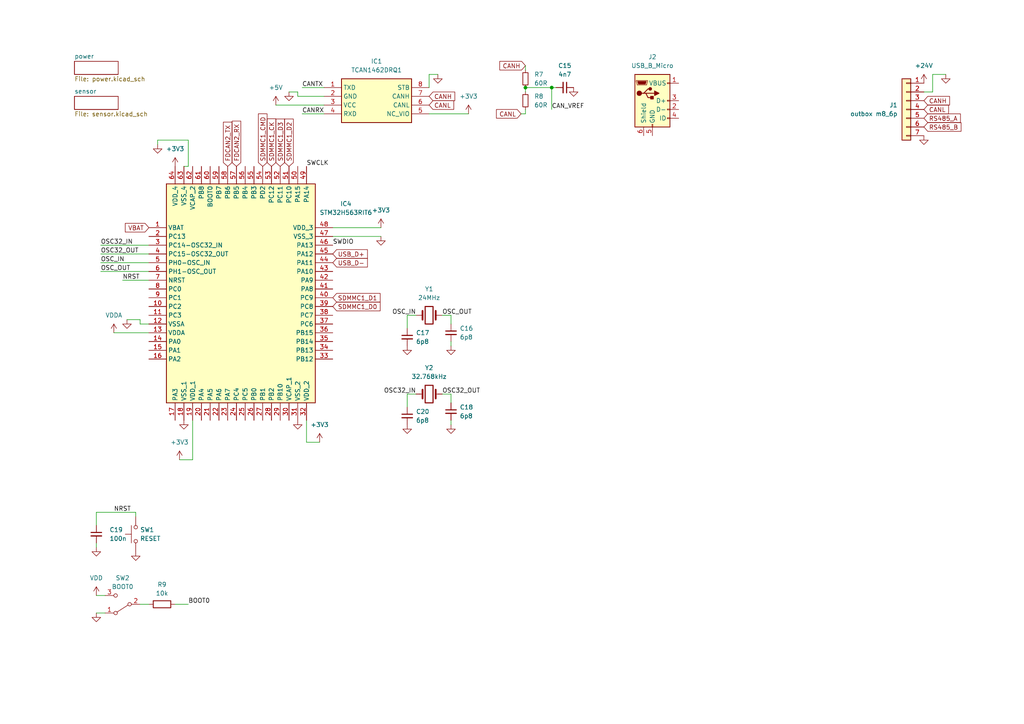
<source format=kicad_sch>
(kicad_sch (version 20230121) (generator eeschema)
  (paper "A4")
  (lib_symbols
    (symbol "Connector:USB_B_Micro" (pin_names (offset 1.016))
      (property "Reference" "J" (at -5.08 11.43 0))
      (property "Value" "USB_B_Micro" (at -5.08 8.89 0))
      (symbol "USB_B_Micro_0_1"
        (rectangle (start -5.08 -7.62) (end 5.08 7.62) (stroke (width 0.254)) (fill (type background)))
        (circle (center -3.81 2.159) (radius 0.635) (stroke (width 0.254)) (fill (type outline)))
        (circle (center -0.635 3.429) (radius 0.381) (stroke (width 0.254)) (fill (type outline)))
        (rectangle (start -0.127 -7.62) (end 0.127 -6.858))
        (polyline (pts (xy -1.905 2.159) (xy 0.635 2.159)) (stroke (width 0.254)))
        (polyline (pts (xy -3.175 2.159) (xy -2.54 2.159) (xy -1.27 3.429) (xy -0.635 3.429)) (stroke (width 0.254)))
        (polyline (pts (xy -2.54 2.159) (xy -1.905 2.159) (xy -1.27 0.889) (xy 0 0.889)) (stroke (width 0.254)))
        (polyline (pts (xy 0.635 2.794) (xy 0.635 1.524) (xy 1.905 2.159) (xy 0.635 2.794)) (stroke (width 0.254)) (fill (type outline)))
        (polyline (pts (xy -4.318 5.588) (xy -1.778 5.588) (xy -2.032 4.826) (xy -4.064 4.826) (xy -4.318 5.588)) (fill (type outline)))
        (polyline (pts (xy -4.699 5.842) (xy -4.699 5.588) (xy -4.445 4.826) (xy -4.445 4.572) (xy -1.651 4.572) (xy -1.651 4.826) (xy -1.397 5.588) (xy -1.397 5.842) (xy -4.699 5.842)))
        (rectangle (start 0.254 1.27) (end -0.508 0.508) (stroke (width 0.254)) (fill (type outline)))
        (rectangle (start 5.08 -5.207) (end 4.318 -4.953))
        (rectangle (start 5.08 -2.667) (end 4.318 -2.413))
        (rectangle (start 5.08 -0.127) (end 4.318 0.127))
        (rectangle (start 5.08 4.953) (end 4.318 5.207))
      )
      (symbol "USB_B_Micro_1_1"
        (pin power_out line (at 7.62 5.08 180) (length 2.54) (name "VBUS") (number "1"))
        (pin bidirectional line (at 7.62 -2.54 180) (length 2.54) (name "D-") (number "2"))
        (pin bidirectional line (at 7.62 0 180) (length 2.54) (name "D+") (number "3"))
        (pin passive line (at 7.62 -5.08 180) (length 2.54) (name "ID") (number "4"))
        (pin power_out line (at 0 -10.16 90) (length 2.54) (name "GND") (number "5"))
        (pin passive line (at -2.54 -10.16 90) (length 2.54) (name "Shield") (number "6"))
      )
    )
    (symbol "Connector_Generic:Conn_01x07" (pin_names (offset 1.016) hide)
      (property "Reference" "J" (at 0 10.16 0))
      (property "Value" "Conn_01x07" (at 0 -10.16 0))
      (symbol "Conn_01x07_1_1"
        (rectangle (start -1.27 -7.493) (end 0 -7.747) (stroke (width 0.1524)))
        (rectangle (start -1.27 -4.953) (end 0 -5.207) (stroke (width 0.1524)))
        (rectangle (start -1.27 -2.413) (end 0 -2.667) (stroke (width 0.1524)))
        (rectangle (start -1.27 0.127) (end 0 -0.127) (stroke (width 0.1524)))
        (rectangle (start -1.27 2.667) (end 0 2.413) (stroke (width 0.1524)))
        (rectangle (start -1.27 5.207) (end 0 4.953) (stroke (width 0.1524)))
        (rectangle (start -1.27 7.747) (end 0 7.493) (stroke (width 0.1524)))
        (rectangle (start -1.27 8.89) (end 1.27 -8.89) (stroke (width 0.254)) (fill (type background)))
        (pin passive line (at -5.08 7.62 0) (length 3.81) (name "Pin_1") (number "1"))
        (pin passive line (at -5.08 5.08 0) (length 3.81) (name "Pin_2") (number "2"))
        (pin passive line (at -5.08 2.54 0) (length 3.81) (name "Pin_3") (number "3"))
        (pin passive line (at -5.08 0 0) (length 3.81) (name "Pin_4") (number "4"))
        (pin passive line (at -5.08 -2.54 0) (length 3.81) (name "Pin_5") (number "5"))
        (pin passive line (at -5.08 -5.08 0) (length 3.81) (name "Pin_6") (number "6"))
        (pin passive line (at -5.08 -7.62 0) (length 3.81) (name "Pin_7") (number "7"))
      )
    )
    (symbol "Device:C_Small" (pin_numbers hide) (pin_names (offset 0.254) hide)
      (property "Reference" "C" (at 0.254 1.778 0))
      (property "Value" "C_Small" (at 0.254 -2.032 0))
      (symbol "C_Small_0_1"
        (polyline (pts (xy -1.524 -0.508) (xy 1.524 -0.508)) (stroke (width 0.3302)))
        (polyline (pts (xy -1.524 0.508) (xy 1.524 0.508)) (stroke (width 0.3048)))
      )
      (symbol "C_Small_1_1"
        (pin passive line (at 0 2.54 270) (length 2.032) (name "~") (number "1"))
        (pin passive line (at 0 -2.54 90) (length 2.032) (name "~") (number "2"))
      )
    )
    (symbol "Device:Crystal" (pin_numbers hide) (pin_names (offset 1.016) hide)
      (property "Reference" "Y" (at 0 3.81 0))
      (property "Value" "Crystal" (at 0 -3.81 0))
      (symbol "Crystal_0_1"
        (rectangle (start -1.143 2.54) (end 1.143 -2.54) (stroke (width 0.3048)))
        (polyline (pts (xy -2.54 0) (xy -1.905 0)))
        (polyline (pts (xy -1.905 -1.27) (xy -1.905 1.27)) (stroke (width 0.508)))
        (polyline (pts (xy 1.905 -1.27) (xy 1.905 1.27)) (stroke (width 0.508)))
        (polyline (pts (xy 2.54 0) (xy 1.905 0)))
      )
      (symbol "Crystal_1_1"
        (pin passive line (at -3.81 0 0) (length 1.27) (name "1") (number "1"))
        (pin passive line (at 3.81 0 180) (length 1.27) (name "2") (number "2"))
      )
    )
    (symbol "Device:R" (pin_numbers hide) (pin_names (offset 0))
      (property "Reference" "R" (at 2.032 0 90))
      (property "Value" "R" (at 0 0 90))
      (symbol "R_0_1"
        (rectangle (start -1.016 -2.54) (end 1.016 2.54) (stroke (width 0.254)))
      )
      (symbol "R_1_1"
        (pin passive line (at 0 3.81 270) (length 1.27) (name "~") (number "1"))
        (pin passive line (at 0 -3.81 90) (length 1.27) (name "~") (number "2"))
      )
    )
    (symbol "Device:R_Small" (pin_numbers hide) (pin_names (offset 0.254) hide)
      (property "Reference" "R" (at 0.762 0.508 0))
      (property "Value" "R_Small" (at 0.762 -1.016 0))
      (symbol "R_Small_0_1"
        (rectangle (start -0.762 1.778) (end 0.762 -1.778) (stroke (width 0.2032)))
      )
      (symbol "R_Small_1_1"
        (pin passive line (at 0 2.54 270) (length 0.762) (name "~") (number "1"))
        (pin passive line (at 0 -2.54 90) (length 0.762) (name "~") (number "2"))
      )
    )
    (symbol "SamacSys_Parts:STM32H563RIT6"
      (property "Reference" "IC" (at 49.53 17.78 0))
      (property "Value" "STM32H563RIT6" (at 49.53 15.24 0))
      (symbol "STM32H563RIT6_1_1"
        (rectangle (start 5.08 12.7) (end 48.26 -50.8) (stroke (width 0.254)) (fill (type background)))
        (pin passive line (at 0 0 0) (length 5.08) (name "VBAT") (number "1"))
        (pin passive line (at 0 -22.86 0) (length 5.08) (name "PC2") (number "10"))
        (pin passive line (at 0 -25.4 0) (length 5.08) (name "PC3") (number "11"))
        (pin passive line (at 0 -27.94 0) (length 5.08) (name "VSSA") (number "12"))
        (pin passive line (at 0 -30.48 0) (length 5.08) (name "VDDA") (number "13"))
        (pin passive line (at 0 -33.02 0) (length 5.08) (name "PA0") (number "14"))
        (pin passive line (at 0 -35.56 0) (length 5.08) (name "PA1") (number "15"))
        (pin passive line (at 0 -38.1 0) (length 5.08) (name "PA2") (number "16"))
        (pin passive line (at 7.62 -55.88 90) (length 5.08) (name "PA3") (number "17"))
        (pin passive line (at 10.16 -55.88 90) (length 5.08) (name "VSS_1") (number "18"))
        (pin passive line (at 12.7 -55.88 90) (length 5.08) (name "VDD_1") (number "19"))
        (pin passive line (at 0 -2.54 0) (length 5.08) (name "PC13") (number "2"))
        (pin passive line (at 15.24 -55.88 90) (length 5.08) (name "PA4") (number "20"))
        (pin passive line (at 17.78 -55.88 90) (length 5.08) (name "PA5") (number "21"))
        (pin passive line (at 20.32 -55.88 90) (length 5.08) (name "PA6") (number "22"))
        (pin passive line (at 22.86 -55.88 90) (length 5.08) (name "PA7") (number "23"))
        (pin passive line (at 25.4 -55.88 90) (length 5.08) (name "PC4") (number "24"))
        (pin passive line (at 27.94 -55.88 90) (length 5.08) (name "PC5") (number "25"))
        (pin passive line (at 30.48 -55.88 90) (length 5.08) (name "PB0") (number "26"))
        (pin passive line (at 33.02 -55.88 90) (length 5.08) (name "PB1") (number "27"))
        (pin passive line (at 35.56 -55.88 90) (length 5.08) (name "PB2") (number "28"))
        (pin passive line (at 38.1 -55.88 90) (length 5.08) (name "PB10") (number "29"))
        (pin passive line (at 0 -5.08 0) (length 5.08) (name "PC14-OSC32_IN") (number "3"))
        (pin passive line (at 40.64 -55.88 90) (length 5.08) (name "VCAP_1") (number "30"))
        (pin passive line (at 43.18 -55.88 90) (length 5.08) (name "VSS_2") (number "31"))
        (pin passive line (at 45.72 -55.88 90) (length 5.08) (name "VDD_2") (number "32"))
        (pin passive line (at 53.34 -38.1 180) (length 5.08) (name "PB12") (number "33"))
        (pin passive line (at 53.34 -35.56 180) (length 5.08) (name "PB13") (number "34"))
        (pin passive line (at 53.34 -33.02 180) (length 5.08) (name "PB14") (number "35"))
        (pin passive line (at 53.34 -30.48 180) (length 5.08) (name "PB15") (number "36"))
        (pin passive line (at 53.34 -27.94 180) (length 5.08) (name "PC6") (number "37"))
        (pin passive line (at 53.34 -25.4 180) (length 5.08) (name "PC7") (number "38"))
        (pin passive line (at 53.34 -22.86 180) (length 5.08) (name "PC8") (number "39"))
        (pin passive line (at 0 -7.62 0) (length 5.08) (name "PC15-OSC32_OUT") (number "4"))
        (pin passive line (at 53.34 -20.32 180) (length 5.08) (name "PC9") (number "40"))
        (pin passive line (at 53.34 -17.78 180) (length 5.08) (name "PA8") (number "41"))
        (pin passive line (at 53.34 -15.24 180) (length 5.08) (name "PA9") (number "42"))
        (pin passive line (at 53.34 -12.7 180) (length 5.08) (name "PA10") (number "43"))
        (pin passive line (at 53.34 -10.16 180) (length 5.08) (name "PA11") (number "44"))
        (pin passive line (at 53.34 -7.62 180) (length 5.08) (name "PA12") (number "45"))
        (pin passive line (at 53.34 -5.08 180) (length 5.08) (name "PA13") (number "46"))
        (pin passive line (at 53.34 -2.54 180) (length 5.08) (name "VSS_3") (number "47"))
        (pin passive line (at 53.34 0 180) (length 5.08) (name "VDD_3") (number "48"))
        (pin passive line (at 45.72 17.78 270) (length 5.08) (name "PA14") (number "49"))
        (pin passive line (at 0 -10.16 0) (length 5.08) (name "PH0-OSC_IN") (number "5"))
        (pin passive line (at 43.18 17.78 270) (length 5.08) (name "PA15") (number "50"))
        (pin passive line (at 40.64 17.78 270) (length 5.08) (name "PC10") (number "51"))
        (pin passive line (at 38.1 17.78 270) (length 5.08) (name "PC11") (number "52"))
        (pin passive line (at 35.56 17.78 270) (length 5.08) (name "PC12") (number "53"))
        (pin passive line (at 33.02 17.78 270) (length 5.08) (name "PD2") (number "54"))
        (pin passive line (at 30.48 17.78 270) (length 5.08) (name "PB3") (number "55"))
        (pin passive line (at 27.94 17.78 270) (length 5.08) (name "PB4") (number "56"))
        (pin passive line (at 25.4 17.78 270) (length 5.08) (name "PB5") (number "57"))
        (pin passive line (at 22.86 17.78 270) (length 5.08) (name "PB6") (number "58"))
        (pin passive line (at 20.32 17.78 270) (length 5.08) (name "PB7") (number "59"))
        (pin passive line (at 0 -12.7 0) (length 5.08) (name "PH1-OSC_OUT") (number "6"))
        (pin passive line (at 17.78 17.78 270) (length 5.08) (name "BOOT0") (number "60"))
        (pin passive line (at 15.24 17.78 270) (length 5.08) (name "PB8") (number "61"))
        (pin passive line (at 12.7 17.78 270) (length 5.08) (name "VCAP_2") (number "62"))
        (pin passive line (at 10.16 17.78 270) (length 5.08) (name "VSS_4") (number "63"))
        (pin passive line (at 7.62 17.78 270) (length 5.08) (name "VDD_4") (number "64"))
        (pin passive line (at 0 -15.24 0) (length 5.08) (name "NRST") (number "7"))
        (pin passive line (at 0 -17.78 0) (length 5.08) (name "PC0") (number "8"))
        (pin passive line (at 0 -20.32 0) (length 5.08) (name "PC1") (number "9"))
      )
    )
    (symbol "SamacSys_Parts:TCAN1462DRQ1"
      (property "Reference" "IC" (at 26.67 7.62 0))
      (property "Value" "TCAN1462DRQ1" (at 26.67 5.08 0))
      (symbol "TCAN1462DRQ1_1_1"
        (rectangle (start 5.08 2.54) (end 25.4 -10.16) (stroke (width 0.254)) (fill (type background)))
        (pin passive line (at 0 0 0) (length 5.08) (name "TXD") (number "1"))
        (pin passive line (at 0 -2.54 0) (length 5.08) (name "GND") (number "2"))
        (pin passive line (at 0 -5.08 0) (length 5.08) (name "VCC") (number "3"))
        (pin passive line (at 0 -7.62 0) (length 5.08) (name "RXD") (number "4"))
        (pin passive line (at 30.48 -7.62 180) (length 5.08) (name "NC_VIO") (number "5"))
        (pin passive line (at 30.48 -5.08 180) (length 5.08) (name "CANL") (number "6"))
        (pin passive line (at 30.48 -2.54 180) (length 5.08) (name "CANH") (number "7"))
        (pin passive line (at 30.48 0 180) (length 5.08) (name "STB") (number "8"))
      )
    )
    (symbol "Switch:SW_Push" (pin_numbers hide) (pin_names (offset 1.016) hide)
      (property "Reference" "SW" (at 1.27 2.54 0))
      (property "Value" "SW_Push" (at 0 -1.524 0))
      (symbol "SW_Push_0_1"
        (circle (center -2.032 0) (radius 0.508))
        (polyline (pts (xy 0 1.27) (xy 0 3.048)))
        (polyline (pts (xy 2.54 1.27) (xy -2.54 1.27)))
        (circle (center 2.032 0) (radius 0.508))
        (pin passive line (at -5.08 0 0) (length 2.54) (name "1") (number "1"))
        (pin passive line (at 5.08 0 180) (length 2.54) (name "2") (number "2"))
      )
    )
    (symbol "Switch:SW_SPDT" (pin_names (offset 0) hide)
      (property "Reference" "SW" (at 0 4.318 0))
      (property "Value" "SW_SPDT" (at 0 -5.08 0))
      (symbol "SW_SPDT_0_0"
        (circle (center -2.032 0) (radius 0.508))
        (circle (center 2.032 -2.54) (radius 0.508))
      )
      (symbol "SW_SPDT_0_1"
        (polyline (pts (xy -1.524 0.254) (xy 1.651 2.286)))
        (circle (center 2.032 2.54) (radius 0.508))
      )
      (symbol "SW_SPDT_1_1"
        (pin passive line (at 5.08 2.54 180) (length 2.54) (name "A") (number "1"))
        (pin passive line (at -5.08 0 0) (length 2.54) (name "B") (number "2"))
        (pin passive line (at 5.08 -2.54 180) (length 2.54) (name "C") (number "3"))
      )
    )
    (symbol "power:+24V" (power) (pin_names (offset 0))
      (property "Value" "+24V" (at 0 3.556 0))
      (symbol "+24V_0_1"
        (polyline (pts (xy -0.762 1.27) (xy 0 2.54)))
        (polyline (pts (xy 0 0) (xy 0 2.54)))
        (polyline (pts (xy 0 2.54) (xy 0.762 1.27)))
      )
      (symbol "+24V_1_1"
        (pin power_in line (at 0 0 90) (length 0) hide (name "+24V") (number "1"))
      )
    )
    (symbol "power:+3V3" (power) (pin_names (offset 0))
      (property "Value" "+3V3" (at 0 3.556 0))
      (symbol "+3V3_0_1"
        (polyline (pts (xy -0.762 1.27) (xy 0 2.54)))
        (polyline (pts (xy 0 0) (xy 0 2.54)))
        (polyline (pts (xy 0 2.54) (xy 0.762 1.27)))
      )
      (symbol "+3V3_1_1"
        (pin power_in line (at 0 0 90) (length 0) hide (name "+3V3") (number "1"))
      )
    )
    (symbol "power:+5V" (power) (pin_names (offset 0))
      (property "Value" "+5V" (at 0 3.556 0))
      (symbol "+5V_0_1"
        (polyline (pts (xy -0.762 1.27) (xy 0 2.54)))
        (polyline (pts (xy 0 0) (xy 0 2.54)))
        (polyline (pts (xy 0 2.54) (xy 0.762 1.27)))
      )
      (symbol "+5V_1_1"
        (pin power_in line (at 0 0 90) (length 0) hide (name "+5V") (number "1"))
      )
    )
    (symbol "power:GND" (power) (pin_names (offset 0))
      (property "Value" "GND" (at 0 -3.81 0))
      (symbol "GND_0_1"
        (polyline (pts (xy 0 0) (xy 0 -1.27) (xy 1.27 -1.27) (xy 0 -2.54) (xy -1.27 -1.27) (xy 0 -1.27)))
      )
      (symbol "GND_1_1"
        (pin power_in line (at 0 0 270) (length 0) hide (name "GND") (number "1"))
      )
    )
    (symbol "power:VDD" (power) (pin_names (offset 0))
      (property "Value" "VDD" (at 0 3.81 0))
      (symbol "VDD_0_1"
        (polyline (pts (xy -0.762 1.27) (xy 0 2.54)))
        (polyline (pts (xy 0 0) (xy 0 2.54)))
        (polyline (pts (xy 0 2.54) (xy 0.762 1.27)))
      )
      (symbol "VDD_1_1"
        (pin power_in line (at 0 0 90) (length 0) hide (name "VDD") (number "1"))
      )
    )
    (symbol "power:VDDA" (power) (pin_names (offset 0))
      (property "Value" "VDDA" (at 0 3.81 0))
      (symbol "VDDA_0_1"
        (polyline (pts (xy -0.762 1.27) (xy 0 2.54)))
        (polyline (pts (xy 0 0) (xy 0 2.54)))
        (polyline (pts (xy 0 2.54) (xy 0.762 1.27)))
      )
      (symbol "VDDA_1_1"
        (pin power_in line (at 0 0 90) (length 0) hide (name "VDDA") (number "1"))
      )
    )
  )
  (junction (at 160.02 25.4))
  (junction (at 152.4 25.4))
  (wire (pts (xy 40.64 92.71) (xy 40.64 93.98)))
  (wire (pts (xy 130.81 93.98) (xy 130.81 91.44)))
  (wire (pts (xy 124.46 21.59) (xy 124.46 25.4)))
  (wire (pts (xy 87.63 33.02) (xy 93.98 33.02)))
  (wire (pts (xy 270.51 21.59) (xy 270.51 26.67)))
  (wire (pts (xy 45.72 40.64) (xy 45.72 41.91)))
  (wire (pts (xy 128.27 91.44) (xy 130.81 91.44)))
  (wire (pts (xy 29.21 78.74) (xy 43.18 78.74)))
  (wire (pts (xy 152.4 26.67) (xy 152.4 25.4)))
  (wire (pts (xy 87.63 25.4) (xy 93.98 25.4)))
  (wire (pts (xy 118.11 114.3) (xy 118.11 118.11)))
  (wire (pts (xy 88.9 128.27) (xy 88.9 121.92)))
  (wire (pts (xy 152.4 33.02) (xy 152.4 31.75)))
  (wire (pts (xy 27.94 158.75) (xy 27.94 157.48)))
  (wire (pts (xy 161.29 25.4) (xy 160.02 25.4)))
  (wire (pts (xy 27.94 177.8) (xy 30.48 177.8)))
  (wire (pts (xy 270.51 26.67) (xy 267.97 26.67)))
  (wire (pts (xy 152.4 19.05) (xy 152.4 20.32)))
  (wire (pts (xy 29.21 73.66) (xy 43.18 73.66)))
  (wire (pts (xy 120.65 114.3) (xy 118.11 114.3)))
  (wire (pts (xy 36.83 92.71) (xy 40.64 92.71)))
  (wire (pts (xy 92.71 128.27) (xy 88.9 128.27)))
  (wire (pts (xy 55.88 133.35) (xy 55.88 121.92)))
  (wire (pts (xy 127 21.59) (xy 124.46 21.59)))
  (wire (pts (xy 52.07 133.35) (xy 55.88 133.35)))
  (wire (pts (xy 274.32 21.59) (xy 270.51 21.59)))
  (wire (pts (xy 83.82 26.67) (xy 86.36 26.67)))
  (wire (pts (xy 35.56 81.28) (xy 43.18 81.28)))
  (wire (pts (xy 27.94 148.59) (xy 39.37 148.59)))
  (wire (pts (xy 33.02 96.52) (xy 43.18 96.52)))
  (wire (pts (xy 40.64 175.26) (xy 43.18 175.26)))
  (wire (pts (xy 118.11 91.44) (xy 120.65 91.44)))
  (wire (pts (xy 54.61 48.26) (xy 53.34 48.26)))
  (wire (pts (xy 29.21 76.2) (xy 43.18 76.2)))
  (wire (pts (xy 80.01 30.48) (xy 93.98 30.48)))
  (wire (pts (xy 130.81 121.92) (xy 130.81 123.19)))
  (wire (pts (xy 130.81 116.84) (xy 130.81 114.3)))
  (wire (pts (xy 27.94 148.59) (xy 27.94 152.4)))
  (wire (pts (xy 128.27 114.3) (xy 130.81 114.3)))
  (wire (pts (xy 110.49 68.58) (xy 96.52 68.58)))
  (wire (pts (xy 40.64 93.98) (xy 43.18 93.98)))
  (wire (pts (xy 39.37 148.59) (xy 39.37 149.86)))
  (wire (pts (xy 27.94 172.72) (xy 30.48 172.72)))
  (wire (pts (xy 29.21 71.12) (xy 43.18 71.12)))
  (wire (pts (xy 152.4 25.4) (xy 160.02 25.4)))
  (wire (pts (xy 135.89 33.02) (xy 124.46 33.02)))
  (wire (pts (xy 54.61 40.64) (xy 54.61 48.26)))
  (wire (pts (xy 160.02 31.75) (xy 160.02 25.4)))
  (wire (pts (xy 110.49 66.04) (xy 96.52 66.04)))
  (wire (pts (xy 151.13 33.02) (xy 152.4 33.02)))
  (wire (pts (xy 45.72 40.64) (xy 54.61 40.64)))
  (wire (pts (xy 50.8 175.26) (xy 54.61 175.26)))
  (wire (pts (xy 86.36 27.94) (xy 93.98 27.94)))
  (wire (pts (xy 86.36 26.67) (xy 86.36 27.94)))
  (wire (pts (xy 118.11 91.44) (xy 118.11 95.25)))
  (wire (pts (xy 130.81 99.06) (xy 130.81 100.33)))
  (label "NRST" (at 35.56 81.28 0))
  (label "CANTX" (at 87.63 25.4 0))
  (label "OSC_IN" (at 29.21 76.2 0))
  (label "CANRX" (at 87.63 33.02 0))
  (label "BOOT0" (at 54.61 175.26 0))
  (label "OSC32_IN" (at 29.21 71.12 0))
  (label "OSC_OUT" (at 29.21 78.74 0))
  (label "NRST" (at 33.02 148.59 0))
  (label "SWDIO" (at 96.52 71.12 0))
  (label "CAN_VREF" (at 160.02 31.75 0))
  (label "OSC_OUT" (at 128.27 91.44 0))
  (label "OSC32_OUT" (at 29.21 73.66 0))
  (label "OSC_IN" (at 120.65 91.44 180))
  (label "OSC32_IN" (at 120.65 114.3 180))
  (label "OSC32_OUT" (at 128.27 114.3 0))
  (label "SWCLK" (at 88.9 48.26 0))
  (global_label "RS485_A" (shape input) (at 267.97 34.29 0) (property "Intersheetrefs" "${INTERSHEET_REFS}" (effects hide)))
  (global_label "CANL" (shape input) (at 124.46 30.48 0) (property "Intersheetrefs" "${INTERSHEET_REFS}" (effects hide)))
  (global_label "SDMMC1_D2" (shape input) (at 83.82 48.26 90) (property "Intersheetrefs" "${INTERSHEET_REFS}" (effects hide)))
  (global_label "USB_D-" (shape input) (at 96.52 76.2 0) (property "Intersheetrefs" "${INTERSHEET_REFS}" (effects hide)))
  (global_label "VBAT" (shape input) (at 43.18 66.04 180) (property "Intersheetrefs" "${INTERSHEET_REFS}" (effects hide)))
  (global_label "CANH" (shape input) (at 124.46 27.94 0) (property "Intersheetrefs" "${INTERSHEET_REFS}" (effects hide)))
  (global_label "USB_D+" (shape input) (at 96.52 73.66 0) (property "Intersheetrefs" "${INTERSHEET_REFS}" (effects hide)))
  (global_label "SDMMC1_CK" (shape input) (at 78.74 48.26 90) (property "Intersheetrefs" "${INTERSHEET_REFS}" (effects hide)))
  (global_label "SDMMC1_D3" (shape input) (at 81.28 48.26 90) (property "Intersheetrefs" "${INTERSHEET_REFS}" (effects hide)))
  (global_label "CANL" (shape input) (at 267.97 31.75 0) (property "Intersheetrefs" "${INTERSHEET_REFS}" (effects hide)))
  (global_label "RS485_B" (shape input) (at 267.97 36.83 0) (property "Intersheetrefs" "${INTERSHEET_REFS}" (effects hide)))
  (global_label "FDCAN2_TX" (shape input) (at 66.04 48.26 90) (property "Intersheetrefs" "${INTERSHEET_REFS}" (effects hide)))
  (global_label "SDMMC1_D0" (shape input) (at 96.52 88.9 0) (property "Intersheetrefs" "${INTERSHEET_REFS}" (effects hide)))
  (global_label "CANL" (shape input) (at 151.13 33.02 180) (property "Intersheetrefs" "${INTERSHEET_REFS}" (effects hide)))
  (global_label "CANH" (shape input) (at 152.4 19.05 180) (property "Intersheetrefs" "${INTERSHEET_REFS}" (effects hide)))
  (global_label "SDMMC1_D1" (shape input) (at 96.52 86.36 0) (property "Intersheetrefs" "${INTERSHEET_REFS}" (effects hide)))
  (global_label "SDMMC1_CMD" (shape input) (at 76.2 48.26 90) (property "Intersheetrefs" "${INTERSHEET_REFS}" (effects hide)))
  (global_label "CANH" (shape input) (at 267.97 29.21 0) (property "Intersheetrefs" "${INTERSHEET_REFS}" (effects hide)))
  (global_label "FDCAN2_RX" (shape input) (at 68.58 48.26 90) (property "Intersheetrefs" "${INTERSHEET_REFS}" (effects hide)))
  (symbol (lib_id "Device:Crystal") (at 124.46 114.3 0) (unit 1)
    (property "Reference" "Y2" (at 124.46 106.68 0))
    (property "Value" "32.768kHz" (at 124.46 109.22 0))
    (property "Footprint" "Crystal:Crystal_HC49-U_Vertical" (effects hide))
  )
  (symbol (lib_id "power:GND") (at 45.72 41.91 0) (unit 1)
    (property "Reference" "#PWR051" (effects hide))
    (property "Value" "GND" (effects hide))
  )
  (symbol (lib_id "power:GND") (at 86.36 121.92 0) (unit 1)
    (property "Reference" "#PWR052" (effects hide))
    (property "Value" "GND" (effects hide))
  )
  (symbol (lib_id "Device:C_Small") (at 118.11 120.65 0) (unit 1)
    (property "Reference" "C20" (at 120.65 119.3863 0) (effects (justify left)))
    (property "Value" "6p8" (at 120.65 121.9263 0) (effects (justify left)))
    (property "Footprint" "Capacitor_SMD:C_0805_2012Metric" (effects hide))
  )
  (symbol (lib_id "Device:C_Small") (at 163.83 25.4 270) (mirror x) (unit 1) (in_bom no)
    (property "Reference" "C15" (at 163.8237 19.05 90))
    (property "Value" "4n7" (at 163.8237 21.59 90))
    (property "Footprint" "Capacitor_SMD:C_0805_2012Metric" (effects hide))
  )
  (symbol (lib_id "Device:C_Small") (at 130.81 119.38 0) (unit 1)
    (property "Reference" "C18" (at 133.35 118.1163 0) (effects (justify left)))
    (property "Value" "6p8" (at 133.35 120.6563 0) (effects (justify left)))
    (property "Footprint" "Capacitor_SMD:C_0805_2012Metric" (effects hide))
  )
  (symbol (lib_id "power:GND") (at 118.11 100.33 0) (unit 1)
    (property "Reference" "#PWR059" (effects hide))
    (property "Value" "GND" (effects hide))
  )
  (symbol (lib_id "Switch:SW_SPDT") (at 35.56 175.26 180) (unit 1)
    (property "Reference" "SW2" (at 35.56 167.64 0))
    (property "Value" "BOOT0" (at 35.56 170.18 0))
    (property "Footprint" "Connector_PinHeader_2.54mm:PinHeader_1x03_P2.54mm_Vertical" (effects hide))
  )
  (symbol (lib_id "Connector_Generic:Conn_01x07") (at 262.89 31.75 0) (mirror y) (unit 1)
    (property "Reference" "J1" (at 260.35 30.48 0) (effects (justify left)))
    (property "Value" "outbox m8_6p" (at 260.35 33.02 0) (effects (justify left)))
    (property "Footprint" "nturt_kicad_lib:WP-06F3-09-11" (effects hide))
  )
  (symbol (lib_id "power:+3V3") (at 50.8 48.26 0) (unit 1)
    (property "Reference" "#PWR056" (effects hide))
    (property "Value" "+3V3" (at 50.8 43.18 0))
  )
  (symbol (lib_id "Device:R") (at 46.99 175.26 90) (unit 1)
    (property "Reference" "R9" (at 46.99 169.545 90))
    (property "Value" "10k" (at 46.99 172.085 90))
    (property "Footprint" "Resistor_SMD:R_0603_1608Metric_Pad0.98x0.95mm_HandSolder" (effects hide))
  )
  (symbol (lib_id "Device:R_Small") (at 152.4 29.21 180) (unit 1) (in_bom no)
    (property "Reference" "R8" (at 154.94 27.94 0) (effects (justify right)))
    (property "Value" "60R" (at 154.94 30.48 0) (effects (justify right)))
    (property "Footprint" "Resistor_SMD:R_0805_2012Metric" (effects hide))
  )
  (symbol (lib_id "power:+3V3") (at 92.71 128.27 0) (unit 1)
    (property "Reference" "#PWR055" (effects hide))
    (property "Value" "+3V3" (at 92.71 123.19 0))
  )
  (symbol (lib_id "power:GND") (at 267.97 39.37 0) (unit 1)
    (property "Reference" "#PWR03" (effects hide))
    (property "Value" "GND" (effects hide))
  )
  (symbol (lib_id "power:GND") (at 127 21.59 0) (unit 1)
    (property "Reference" "#PWR048" (effects hide))
    (property "Value" "GND" (effects hide))
  )
  (symbol (lib_id "power:GND") (at 83.82 26.67 0) (unit 1)
    (property "Reference" "#PWR047" (effects hide))
    (property "Value" "GND" (effects hide))
  )
  (symbol (lib_id "SamacSys_Parts:STM32H563RIT6") (at 43.18 66.04 0) (unit 1)
    (property "Reference" "IC4" (at 100.33 59.1119 0))
    (property "Value" "STM32H563RIT6" (at 100.33 61.6519 0))
    (property "Footprint" "QFP50P1200X1200X160-64N" (effects hide))
    (property "Datasheet" "https://www.st.com/en/microcontrollers-microprocessors/stm32h563ri.html" (effects hide))
    (property "Height" "1.6" (effects hide))
    (property "Mouser Part Number" "511-STM32H563RIT6" (effects hide))
    (property "Mouser Price/Stock" "https://www.mouser.co.uk/ProductDetail/STMicroelectronics/STM32H563RIT6?qs=amGC7iS6iy91jbPCnb5BnQ%3D%3D" (effects hide))
    (property "Manufacturer_Name" "STMicroelectronics" (effects hide))
    (property "Manufacturer_Part_Number" "STM32H563RIT6" (effects hide))
  )
  (symbol (lib_id "SamacSys_Parts:TCAN1462DRQ1") (at 93.98 25.4 0) (unit 1)
    (property "Reference" "IC1" (at 109.22 17.78 0))
    (property "Value" "TCAN1462DRQ1" (at 109.22 20.32 0))
    (property "Footprint" "SamacSys_Parts:SOIC127P600X175-8N" (effects hide))
    (property "Datasheet" "https://www.ti.com/lit/ds/symlink/tcan1462v-q1.pdf?ts=1700901504635" (effects hide))
    (property "Height" "1.75" (effects hide))
    (property "Mouser Part Number" "595-TCAN1462DRQ1" (effects hide))
    (property "Mouser Price/Stock" "https://www.mouser.co.uk/ProductDetail/Texas-Instruments/TCAN1462DRQ1?qs=Jm2GQyTW%2Fbh7aeYIcsA55A%3D%3D" (effects hide))
    (property "Manufacturer_Name" "Texas Instruments" (effects hide))
    (property "Manufacturer_Part_Number" "TCAN1462DRQ1" (effects hide))
  )
  (symbol (lib_id "power:GND") (at 39.37 160.02 0) (unit 1)
    (property "Reference" "#PWR062" (effects hide))
    (property "Value" "GND" (effects hide))
  )
  (symbol (lib_id "power:GND") (at 130.81 123.19 0) (unit 1)
    (property "Reference" "#PWR066" (effects hide))
    (property "Value" "GND" (effects hide))
  )
  (symbol (lib_id "Connector:USB_B_Micro") (at 189.23 29.21 0) (unit 1)
    (property "Reference" "J2" (at 189.23 16.51 0))
    (property "Value" "USB_B_Micro" (at 189.23 19.05 0))
  )
  (symbol (lib_id "power:VDDA") (at 33.02 96.52 0) (unit 1)
    (property "Reference" "#PWR015" (effects hide))
    (property "Value" "VDDA" (at 33.02 91.44 0))
  )
  (symbol (lib_id "power:GND") (at 27.94 177.8 0) (unit 1)
    (property "Reference" "#PWR064" (effects hide))
    (property "Value" "GND" (effects hide))
  )
  (symbol (lib_id "Device:C_Small") (at 118.11 97.79 0) (unit 1)
    (property "Reference" "C17" (at 120.65 96.5263 0) (effects (justify left)))
    (property "Value" "6p8" (at 120.65 99.0663 0) (effects (justify left)))
    (property "Footprint" "Capacitor_SMD:C_0805_2012Metric" (effects hide))
  )
  (symbol (lib_id "power:GND") (at 274.32 21.59 0) (unit 1)
    (property "Reference" "#PWR02" (effects hide))
    (property "Value" "GND" (effects hide))
  )
  (symbol (lib_id "Device:Crystal") (at 124.46 91.44 0) (unit 1)
    (property "Reference" "Y1" (at 124.46 83.82 0))
    (property "Value" "24MHz" (at 124.46 86.36 0))
    (property "Footprint" "Crystal:Crystal_HC49-U_Vertical" (effects hide))
  )
  (symbol (lib_id "Device:C_Small") (at 27.94 154.94 0) (unit 1)
    (property "Reference" "C19" (at 31.75 153.67 0) (effects (justify left)))
    (property "Value" "100n" (at 31.75 156.21 0) (effects (justify left)))
    (property "Footprint" "Capacitor_SMD:C_0603_1608Metric_Pad1.08x0.95mm_HandSolder" (effects hide))
  )
  (symbol (lib_id "power:GND") (at 118.11 123.19 0) (unit 1)
    (property "Reference" "#PWR065" (effects hide))
    (property "Value" "GND" (effects hide))
  )
  (symbol (lib_id "power:+24V") (at 267.97 24.13 0) (unit 1)
    (property "Reference" "#PWR01" (effects hide))
    (property "Value" "+24V" (at 267.97 19.05 0))
  )
  (symbol (lib_id "power:+3V3") (at 110.49 66.04 0) (unit 1)
    (property "Reference" "#PWR044" (effects hide))
    (property "Value" "+3V3" (at 110.49 60.96 0))
  )
  (symbol (lib_id "Device:R_Small") (at 152.4 22.86 180) (unit 1) (in_bom no)
    (property "Reference" "R7" (at 154.94 21.59 0) (effects (justify right)))
    (property "Value" "60R" (at 154.94 24.13 0) (effects (justify right)))
    (property "Footprint" "Resistor_SMD:R_0805_2012Metric" (effects hide))
  )
  (symbol (lib_id "power:GND") (at 27.94 158.75 0) (unit 1)
    (property "Reference" "#PWR061" (effects hide))
    (property "Value" "GND" (effects hide))
  )
  (symbol (lib_id "power:+3V3") (at 135.89 33.02 0) (unit 1)
    (property "Reference" "#PWR045" (effects hide))
    (property "Value" "+3V3" (at 135.89 27.94 0))
  )
  (symbol (lib_id "power:GND") (at 110.49 68.58 0) (unit 1)
    (property "Reference" "#PWR050" (effects hide))
    (property "Value" "GND" (effects hide))
  )
  (symbol (lib_id "power:GND") (at 53.34 121.92 0) (unit 1)
    (property "Reference" "#PWR053" (effects hide))
    (property "Value" "GND" (effects hide))
  )
  (symbol (lib_id "power:GND") (at 36.83 92.71 0) (unit 1)
    (property "Reference" "#PWR049" (effects hide))
    (property "Value" "GND" (effects hide))
  )
  (symbol (lib_id "power:GND") (at 130.81 100.33 0) (unit 1)
    (property "Reference" "#PWR060" (effects hide))
    (property "Value" "GND" (effects hide))
  )
  (symbol (lib_id "Device:C_Small") (at 130.81 96.52 0) (unit 1)
    (property "Reference" "C16" (at 133.35 95.2563 0) (effects (justify left)))
    (property "Value" "6p8" (at 133.35 97.7963 0) (effects (justify left)))
    (property "Footprint" "Capacitor_SMD:C_0805_2012Metric" (effects hide))
  )
  (symbol (lib_id "power:+5V") (at 80.01 30.48 0) (unit 1)
    (property "Reference" "#PWR046" (effects hide))
    (property "Value" "+5V" (at 80.01 25.4 0))
  )
  (symbol (lib_id "power:VDD") (at 27.94 172.72 0) (unit 1)
    (property "Reference" "#PWR063" (effects hide))
    (property "Value" "VDD" (at 27.94 167.64 0))
  )
  (symbol (lib_id "power:GND") (at 166.37 25.4 0) (unit 1)
    (property "Reference" "#PWR043" (effects hide))
    (property "Value" "GND" (effects hide))
  )
  (symbol (lib_id "power:+3V3") (at 52.07 133.35 0) (unit 1)
    (property "Reference" "#PWR054" (effects hide))
    (property "Value" "+3V3" (at 52.07 128.27 0))
  )
  (symbol (lib_id "Switch:SW_Push") (at 39.37 154.94 90) (unit 1)
    (property "Reference" "SW1" (at 40.64 153.67 90) (effects (justify right)))
    (property "Value" "RESET" (at 40.64 156.21 90) (effects (justify right)))
    (property "Footprint" "Button_Switch_SMD:SW_Tactile_SPST_NO_Straight_CK_PTS636Sx25SMTRLFS" (effects hide))
  )
  (sheet (at 21.59 27.94) (size 12.7 3.81) (stroke (width 0.1524))
    (property "Sheetname" "sensor" (at 21.59 27.2284 0) (effects (justify left bottom)))
    (property "Sheetfile" "sensor.kicad_sch" (at 21.59 32.3346 0) (effects (justify left top)))
  )
  (sheet (at 21.59 17.78) (size 12.7 3.81) (stroke (width 0.1524))
    (property "Sheetname" "power" (at 21.59 17.0684 0) (effects (justify left bottom)))
    (property "Sheetfile" "power.kicad_sch" (at 21.59 22.1746 0) (effects (justify left top)))
  )
)
</source>
